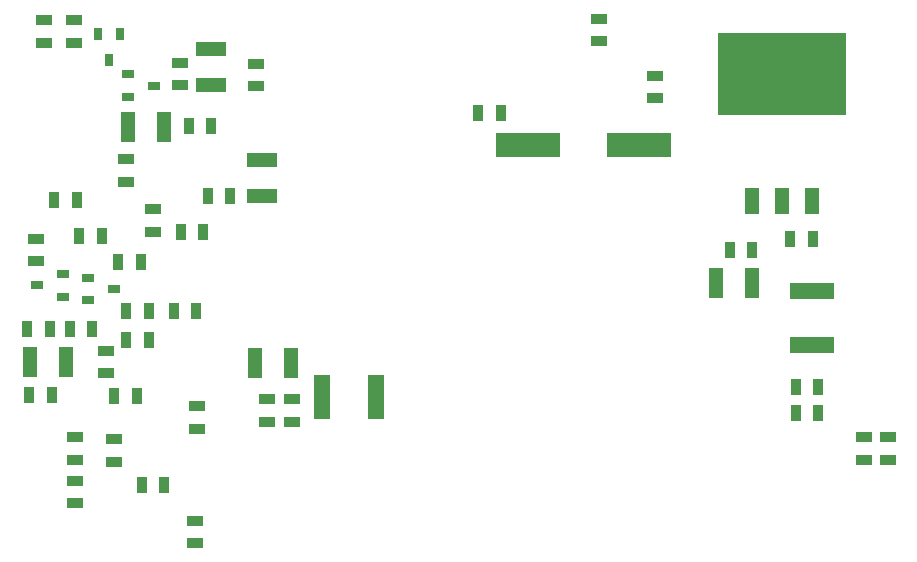
<source format=gbp>
G04 (created by PCBNEW (2013-05-31 BZR 4019)-stable) date 12.01.2015 16:56:15*
%MOIN*%
G04 Gerber Fmt 3.4, Leading zero omitted, Abs format*
%FSLAX34Y34*%
G01*
G70*
G90*
G04 APERTURE LIST*
%ADD10C,0.00590551*%
%ADD11R,0.045X0.09*%
%ADD12R,0.4252X0.2755*%
%ADD13R,0.0394X0.0315*%
%ADD14R,0.0315X0.0394*%
%ADD15R,0.055X0.15*%
%ADD16R,0.15X0.055*%
%ADD17R,0.05X0.1*%
%ADD18R,0.1X0.05*%
%ADD19R,0.055X0.035*%
%ADD20R,0.035X0.055*%
%ADD21R,0.2165X0.0787*%
G04 APERTURE END LIST*
G54D10*
G54D11*
X65803Y-54606D03*
G54D12*
X64803Y-50356D03*
G54D11*
X63803Y-54606D03*
X64803Y-54606D03*
G54D13*
X42519Y-57519D03*
X41653Y-57144D03*
X41653Y-57894D03*
X39960Y-57401D03*
X40826Y-57776D03*
X40826Y-57026D03*
G54D14*
X42362Y-49881D03*
X42737Y-49015D03*
X41987Y-49015D03*
G54D13*
X43858Y-50748D03*
X42992Y-50373D03*
X42992Y-51123D03*
G54D15*
X51254Y-61141D03*
X49454Y-61141D03*
G54D16*
X65787Y-59403D03*
X65787Y-57603D03*
G54D17*
X42982Y-52125D03*
X44182Y-52125D03*
G54D18*
X45748Y-50718D03*
X45748Y-49518D03*
G54D17*
X47234Y-60000D03*
X48434Y-60000D03*
X63788Y-57322D03*
X62588Y-57322D03*
X40914Y-59960D03*
X39714Y-59960D03*
G54D18*
X47440Y-54418D03*
X47440Y-53218D03*
G54D19*
X42913Y-53957D03*
X42913Y-53207D03*
G54D20*
X45648Y-54409D03*
X46398Y-54409D03*
G54D19*
X60551Y-50412D03*
X60551Y-51162D03*
G54D20*
X66004Y-61653D03*
X65254Y-61653D03*
X66004Y-60787D03*
X65254Y-60787D03*
G54D19*
X40196Y-49312D03*
X40196Y-48562D03*
X47244Y-50018D03*
X47244Y-50768D03*
X44724Y-50729D03*
X44724Y-49979D03*
G54D20*
X45768Y-52086D03*
X45018Y-52086D03*
X40530Y-54566D03*
X41280Y-54566D03*
X45493Y-55629D03*
X44743Y-55629D03*
G54D19*
X43818Y-55611D03*
X43818Y-54861D03*
G54D20*
X42107Y-55748D03*
X41357Y-55748D03*
G54D19*
X41181Y-49312D03*
X41181Y-48562D03*
G54D20*
X43288Y-61102D03*
X42538Y-61102D03*
G54D19*
X39921Y-55845D03*
X39921Y-56595D03*
G54D20*
X42656Y-56614D03*
X43406Y-56614D03*
X41792Y-58858D03*
X41042Y-58858D03*
X40375Y-58858D03*
X39625Y-58858D03*
X63800Y-56220D03*
X63050Y-56220D03*
X65808Y-55866D03*
X65058Y-55866D03*
G54D19*
X48464Y-61199D03*
X48464Y-61949D03*
X47637Y-61199D03*
X47637Y-61949D03*
G54D20*
X39703Y-61062D03*
X40453Y-61062D03*
G54D19*
X67519Y-63209D03*
X67519Y-62459D03*
X58700Y-48522D03*
X58700Y-49272D03*
X68307Y-63209D03*
X68307Y-62459D03*
G54D20*
X54664Y-51653D03*
X55414Y-51653D03*
G54D19*
X42519Y-63288D03*
X42519Y-62538D03*
G54D20*
X45256Y-58267D03*
X44506Y-58267D03*
X43682Y-59212D03*
X42932Y-59212D03*
X42932Y-58267D03*
X43682Y-58267D03*
G54D19*
X42244Y-60335D03*
X42244Y-59585D03*
X41220Y-64666D03*
X41220Y-63916D03*
X41220Y-63209D03*
X41220Y-62459D03*
G54D21*
X56338Y-52716D03*
X60038Y-52716D03*
G54D20*
X44193Y-64055D03*
X43443Y-64055D03*
G54D19*
X45275Y-62186D03*
X45275Y-61436D03*
X45236Y-65254D03*
X45236Y-66004D03*
M02*

</source>
